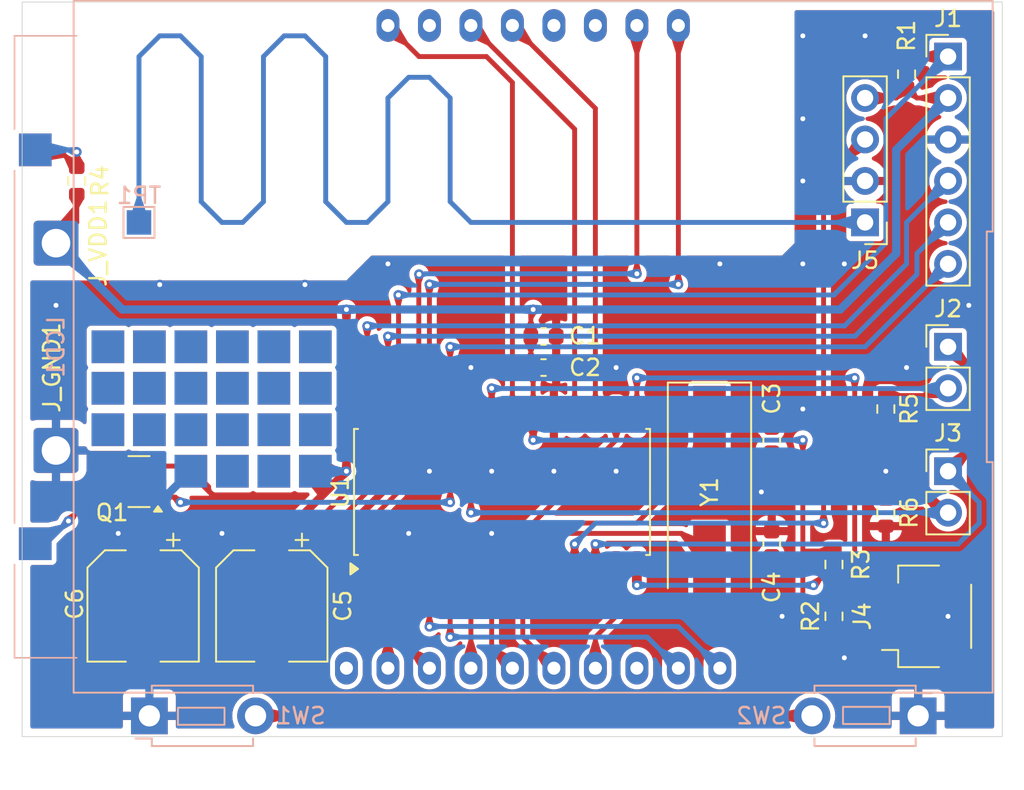
<source format=kicad_pcb>
(kicad_pcb (version 20240108) (generator "pcbnew") (generator_version "8.0")
  (layers (0 "F.Cu" signal) (31 "B.Cu" signal) (34 "B.Paste" user) (35 "F.Paste" user) (36 "B.SilkS" user "B.Silkscreen") (37 "F.SilkS" user "F.Silkscreen") (38 "B.Mask" user) (39 "F.Mask" user) (44 "Edge.Cuts" user))
  (net 0 "")
  (net 1 "+3V3")
  (net 2 "GND")
  (net 3 "Net-(U1-OSC1{slash}CLKI)")
  (net 4 "Net-(U1-OSC2{slash}CLKO)")
  (net 5 "/ICSPCLK")
  (net 6 "/ICSPDAT")
  (net 7 "/MCLR")
  (net 8 "/PGM")
  (net 9 "/LCD_SEG_7")
  (net 10 "/LCD_SEG_9")
  (net 11 "/LCD_SEG_14")
  (net 12 "/LCD_SEG_13")
  (net 13 "/LCD_SEG_6")
  (net 14 "Net-(LCD1-K)")
  (net 15 "/LCD_COM_1")
  (net 17 "/LCD_COM_17")
  (net 19 "/LCD_COM_2")
  (net 20 "/LCD_COM_18")
  (net 22 "Net-(LCD1-A)")
  (net 24 "/LCD_SEG_11")
  (net 26 "/LCD_SEG_4")
  (net 27 "/LCD_SEG_8")
  (net 28 "/LCD_SEG_5")
  (net 29 "/SDA")
  (net 30 "/SCL")
  (net 31 "/THERM_1")
  (net 32 "/THERM_2")
  (net 33 "/TX_DATA")
  (net 34 "/THERM_EN")
  (net 35 "/ANT")
  (footprint "Capacitor_SMD:C_0603_1608Metric" (layer "F.Cu") (at 81.915 72.39)
    (property "Reference" "C2" (at 2.54 0 0) (layer "F.SilkS"))
    (property "Value" "1u")
    (pad "1" smd roundrect (at -0.775 0) (size 0.9 0.95) (layers "F.Cu" "F.Paste" "F.Mask") (net 1 "+3V3"))
    (pad "2" smd roundrect (at 0.775 0) (size 0.9 0.95) (layers "F.Cu" "F.Paste" "F.Mask") (net 2 "GND"))
  )
  (footprint "Capacitor_SMD:C_0603_1608Metric" (layer "F.Cu") (at 95.885 76.835 -90)
    (property "Reference" "C3" (at -2.54 0 90) (layer "F.SilkS"))
    (property "Value" "10p")
    (pad "1" smd roundrect (at -0.775 0 270) (size 0.9 0.95) (layers "F.Cu" "F.Paste" "F.Mask") (net 3 "Net-(U1-OSC1{slash}CLKI)"))
    (pad "2" smd roundrect (at 0.775 0 270) (size 0.9 0.95) (layers "F.Cu" "F.Paste" "F.Mask") (net 2 "GND"))
  )
  (footprint "Package_SO:SOIC-28W_7.5x17.9mm_P1.27mm" (layer "F.Cu") (at 79.375 80.01 90)
    (property "Reference" "U1" (at 0 -9.9 90) (layer "F.SilkS"))
    (property "Value" "PIC16LF1938")
    (pad "1" smd roundrect (at -4.65 -8.255 90) (size 2.05 0.6) (layers "F.Cu" "F.Paste" "F.Mask") (net 7 "/MCLR"))
    (pad "2" smd roundrect (at -4.65 -6.985 90) (size 2.05 0.6) (layers "F.Cu" "F.Paste" "F.Mask") (net 10 "/LCD_SEG_9"))
    (pad "3" smd roundrect (at -4.65 -5.715 90) (size 2.05 0.6) (layers "F.Cu" "F.Paste" "F.Mask") (net 27 "/LCD_SEG_8"))
    (pad "4" smd roundrect (at -4.65 -4.445 90) (size 2.05 0.6) (layers "F.Cu" "F.Paste" "F.Mask") (net 15 "/LCD_COM_1"))
    (pad "5" smd roundrect (at -4.65 -3.175 90) (size 2.05 0.6) (layers "F.Cu" "F.Paste" "F.Mask") (net 19 "/LCD_COM_2"))
    (pad "6" smd roundrect (at -4.65 -1.905 90) (size 2.05 0.6) (layers "F.Cu" "F.Paste" "F.Mask") (net 9 "/LCD_SEG_7"))
    (pad "7" smd roundrect (at -4.65 -0.635 90) (size 2.05 0.6) (layers "F.Cu" "F.Paste" "F.Mask") (net 13 "/LCD_SEG_6"))
    (pad "8" smd roundrect (at -4.65 0.635 90) (size 2.05 0.6) (layers "F.Cu" "F.Paste" "F.Mask") (net 2 "GND"))
    (pad "9" smd roundrect (at -4.65 1.905 90) (size 2.05 0.6) (layers "F.Cu" "F.Paste" "F.Mask") (net 3 "Net-(U1-OSC1{slash}CLKI)"))
    (pad "10" smd roundrect (at -4.65 3.175 90) (size 2.05 0.6) (layers "F.Cu" "F.Paste" "F.Mask") (net 4 "Net-(U1-OSC2{slash}CLKO)"))
    (pad "11" smd roundrect (at -4.65 4.445 90) (size 2.05 0.6) (layers "F.Cu" "F.Paste" "F.Mask") (net 33 "/TX_DATA"))
    (pad "12" smd roundrect (at -4.65 5.715 90) (size 2.05 0.6) (layers "F.Cu" "F.Paste" "F.Mask") (net 34 "/THERM_EN"))
    (pad "13" smd roundrect (at -4.65 6.985 90) (size 2.05 0.6) (layers "F.Cu" "F.Paste" "F.Mask") (net 26 "/LCD_SEG_4"))
    (pad "14" smd roundrect (at -4.65 8.255 90) (size 2.05 0.6) (layers "F.Cu" "F.Paste" "F.Mask") (net 30 "/SCL"))
    (pad "15" smd roundrect (at 4.65 8.255 90) (size 2.05 0.6) (layers "F.Cu" "F.Paste" "F.Mask") (net 29 "/SDA"))
    (pad "16" smd roundrect (at 4.65 6.985 90) (size 2.05 0.6) (layers "F.Cu" "F.Paste" "F.Mask") (net 28 "/LCD_SEG_5"))
    (pad "17" smd roundrect (at 4.65 5.715 90) (size 2.05 0.6) (layers "F.Cu" "F.Paste" "F.Mask") (net 11 "/LCD_SEG_14"))
    (pad "18" smd roundrect (at 4.65 4.445 90) (size 2.05 0.6) (layers "F.Cu" "F.Paste" "F.Mask") (net 12 "/LCD_SEG_13"))
    (pad "19" smd roundrect (at 4.65 3.175 90) (size 2.05 0.6) (layers "F.Cu" "F.Paste" "F.Mask") (net 2 "GND"))
    (pad "20" smd roundrect (at 4.65 1.905 90) (size 2.05 0.6) (layers "F.Cu" "F.Paste" "F.Mask") (net 1 "+3V3"))
    (pad "21" smd roundrect (at 4.65 0.635 90) (size 2.05 0.6) (layers "F.Cu" "F.Paste" "F.Mask") (net 24 "/LCD_SEG_11"))
    (pad "22" smd roundrect (at 4.65 -0.635 90) (size 2.05 0.6) (layers "F.Cu" "F.Paste" "F.Mask") (net 31 "/THERM_1"))
    (pad "23" smd roundrect (at 4.65 -1.905 90) (size 2.05 0.6) (layers "F.Cu" "F.Paste" "F.Mask") (net 32 "/THERM_2"))
    (pad "24" smd roundrect (at 4.65 -3.175 90) (size 2.05 0.6) (layers "F.Cu" "F.Paste" "F.Mask") (net 8 "/PGM"))
    (pad "25" smd roundrect (at 4.65 -4.445 90) (size 2.05 0.6) (layers "F.Cu" "F.Paste" "F.Mask") (net 17 "/LCD_COM_17"))
    (pad "26" smd roundrect (at 4.65 -5.715 90) (size 2.05 0.6) (layers "F.Cu" "F.Paste" "F.Mask") (net 20 "/LCD_COM_18"))
    (pad "27" smd roundrect (at 4.65 -6.985 90) (size 2.05 0.6) (layers "F.Cu" "F.Paste" "F.Mask") (net 5 "/ICSPCLK"))
    (pad "28" smd roundrect (at 4.65 -8.255 90) (size 2.05 0.6) (layers "F.Cu" "F.Paste" "F.Mask") (net 6 "/ICSPDAT"))
  )
  (footprint "Connector_PinHeader_2.54mm:PinHeader_1x04_P2.54mm_Vertical" (layer "F.Cu") (at 101.6 63.5 180)
    (property "Reference" "J5" (at 0 -2.33 0) (layer "F.SilkS"))
    (property "Value" "Conn_01x04")
    (pad "1" thru_hole rect (at 0 0 180) (size 1.7 1.7) (drill 1) (layers "*.Cu" "*.Mask") (net 35 "/ANT"))
    (pad "2" thru_hole oval (at 0 2.54 180) (size 1.7 1.7) (drill 1) (layers "*.Cu" "*.Mask") (net 2 "GND"))
    (pad "3" thru_hole oval (at 0 5.08 180) (size 1.7 1.7) (drill 1) (layers "*.Cu" "*.Mask") (net 33 "/TX_DATA"))
    (pad "4" thru_hole oval (at 0 7.62 180) (size 1.7 1.7) (drill 1) (layers "*.Cu" "*.Mask") (net 1 "+3V3"))
  )
  (footprint "Resistor_SMD:R_0603_1608Metric" (layer "F.Cu") (at 102.87 81.28 -90)
    (property "Reference" "R6" (at 0 -1.43 90) (layer "F.SilkS"))
    (property "Value" "47k")
    (pad "1" smd roundrect (at -0.825 0 270) (size 0.8 0.95) (layers "F.Cu" "F.Paste" "F.Mask") (net 32 "/THERM_2"))
    (pad "2" smd roundrect (at 0.825 0 270) (size 0.8 0.95) (layers "F.Cu" "F.Paste" "F.Mask") (net 2 "GND"))
  )
  (footprint "Connector_JST:JST_SH_SM04B-SRSS-TB_1x04-1MP_P1.00mm_Horizontal" (layer "F.Cu") (at 105.41 87.63 90)
    (property "Reference" "J4" (at 0 -3.98 90) (layer "F.SilkS"))
    (property "Value" "Conn_01x04")
    (pad "1" smd roundrect (at -1.5 -2 90) (size 0.6 1.55) (layers "F.Cu" "F.Paste" "F.Mask") (net 2 "GND"))
    (pad "2" smd roundrect (at -0.5 -2 90) (size 0.6 1.55) (layers "F.Cu" "F.Paste" "F.Mask") (net 1 "+3V3"))
    (pad "3" smd roundrect (at 0.5 -2 90) (size 0.6 1.55) (layers "F.Cu" "F.Paste" "F.Mask") (net 29 "/SDA"))
    (pad "4" smd roundrect (at 1.5 -2 90) (size 0.6 1.55) (layers "F.Cu" "F.Paste" "F.Mask") (net 30 "/SCL"))
    (pad "MP" smd roundrect (at -2.8 1.875 90) (size 1.2 1.8) (layers "F.Cu" "F.Paste" "F.Mask") (roundrect_rratio 0.208333))
    (pad "MP" smd roundrect (at 2.8 1.875 90) (size 1.2 1.8) (layers "F.Cu" "F.Paste" "F.Mask") (roundrect_rratio 0.208333))
  )
  (footprint "Capacitor_SMD:CP_Elec_6.3x5.4" (layer "F.Cu") (at 65.278 86.995 -90)
    (property "Reference" "C5" (at 0 -4.35 90) (layer "F.SilkS"))
    (property "Value" "22uF")
    (pad "1" smd roundrect (at -2.8 0 270) (size 3.5 1.6) (layers "F.Cu" "F.Paste" "F.Mask") (roundrect_rratio 0.15625) (net 1 "+3V3"))
    (pad "2" smd roundrect (at 2.8 0 270) (size 3.5 1.6) (layers "F.Cu" "F.Paste" "F.Mask") (roundrect_rratio 0.15625) (net 2 "GND"))
  )
  (footprint "Custom_LCDs:LCD_DGL_Space_Filler" (layer "F.Cu") (at 55.245 71.12)
    (property "Reference" "LOGO1" (hide yes))
    (property "Value" "~" (hide yes))
    (pad "1" smd rect (at 0 0) (size 2 2) (layers "F.Cu" "F.Paste" "F.Mask"))
    (pad "1" smd rect (at 0 0) (size 2 2) (layers "B.Cu" "B.Paste" "B.Mask"))
    (pad "2" smd rect (at 2.54 0) (size 2 2) (layers "F.Cu" "F.Paste" "F.Mask"))
    (pad "2" smd rect (at 2.54 0) (size 2 2) (layers "B.Cu" "B.Paste" "B.Mask"))
    (pad "3" smd rect (at 5.08 0) (size 2 2) (layers "F.Cu" "F.Paste" "F.Mask"))
    (pad "3" smd rect (at 5.08 0) (size 2 2) (layers "B.Cu" "B.Paste" "B.Mask"))
    (pad "4" smd rect (at 7.62 0) (size 2 2) (layers "F.Cu" "F.Paste" "F.Mask"))
    (pad "4" smd rect (at 7.62 0) (size 2 2) (layers "B.Cu" "B.Paste" "B.Mask"))
    (pad "5" smd rect (at 10.16 0) (size 2 2) (layers "F.Cu" "F.Paste" "F.Mask"))
    (pad "5" smd rect (at 10.16 0) (size 2 2) (layers "B.Cu" "B.Paste" "B.Mask"))
    (pad "6" smd rect (at 12.7 0) (size 2 2) (layers "F.Cu" "F.Paste" "F.Mask"))
    (pad "6" smd rect (at 12.7 0) (size 2 2) (layers "B.Cu" "B.Paste" "B.Mask"))
    (pad "7" smd rect (at 0 2.54) (size 2 2) (layers "F.Cu" "F.Paste" "F.Mask"))
    (pad "7" smd rect (at 0 2.54) (size 2 2) (layers "B.Cu" "B.Paste" "B.Mask"))
    (pad "8" smd rect (at 2.54 2.54) (size 2 2) (layers "F.Cu" "F.Paste" "F.Mask"))
    (pad "8" smd rect (at 2.54 2.54) (size 2 2) (layers "B.Cu" "B.Paste" "B.Mask"))
    (pad "9" smd rect (at 5.08 2.54) (size 2 2) (layers "F.Cu" "F.Paste" "F.Mask"))
    (pad "9" smd rect (at 5.08 2.54) (size 2 2) (layers "B.Cu" "B.Paste" "B.Mask"))
    (pad "10" smd rect (at 7.62 2.54) (size 2 2) (layers "F.Cu" "F.Paste" "F.Mask"))
    (pad "10" smd rect (at 7.62 2.54) (size 2 2) (layers "B.Cu" "B.Paste" "B.Mask"))
    (pad "11" smd rect (at 10.16 2.54) (size 2 2) (layers "F.Cu" "F.Paste" "F.Mask"))
    (pad "11" smd rect (at 10.16 2.54) (size 2 2) (layers "B.Cu" "B.Paste" "B.Mask"))
    (pad "12" smd rect (at 12.7 2.54) (size 2 2) (layers "F.Cu" "F.Paste" "F.Mask"))
    (pad "12" smd rect (at 12.7 2.54) (size 2 2) (layers "B.Cu" "B.Paste" "B.Mask"))
    (pad "13" smd rect (at 0 5.08) (size 2 2) (layers "F.Cu" "F.Paste" "F.Mask"))
    (pad "13" smd rect (at 0 5.08) (size 2 2) (layers "B.Cu" "B.Paste" "B.Mask"))
    (pad "14" smd rect (at 2.54 5.08) (size 2 2) (layers "F.Cu" "F.Paste" "F.Mask"))
    (pad "14" smd rect (at 2.54 5.08) (size 2 2) (layers "B.Cu" "B.Paste" "B.Mask"))
    (pad "15" smd rect (at 5.08 5.08) (size 2 2) (layers "F.Cu" "F.Paste" "F.Mask"))
    (pad "15" smd rect (at 5.08 5.08) (size 2 2) (layers "B.Cu" "B.Paste" "B.Mask"))
    (pad "16" smd rect (at 7.62 5.08) (size 2 2) (layers "F.Cu" "F.Paste" "F.Mask"))
    (pad "16" smd rect (at 7.62 5.08) (size 2 2) (layers "B.Cu" "B.Paste" "B.Mask"))
    (pad "17" smd rect (at 10.16 5.08) (size 2 2) (layers "F.Cu" "F.Paste" "F.Mask"))
    (pad "17" smd rect (at 10.16 5.08) (size 2 2) (layers "B.Cu" "B.Paste" "B.Mask"))
    (pad "18" smd rect (at 12.7 5.08) (size 2 2) (layers "F.Cu" "F.Paste" "F.Mask"))
    (pad "18" smd rect (at 12.7 5.08) (size 2 2) (layers "B.Cu" "B.Paste" "B.Mask"))
    (pad "19" smd rect (at 5.08 7.62) (size 2 2) (layers "F.Cu" "F.Paste" "F.Mask") (net 2 "GND"))
    (pad "19" smd rect (at 5.08 7.62) (size 2 2) (layers "B.Cu" "B.Paste" "B.Mask") (net 2 "GND"))
    (pad "20" smd rect (at 7.62 7.62) (size 2 2) (layers "F.Cu" "F.Paste" "F.Mask"))
    (pad "20" smd rect (at 7.62 7.62) (size 2 2) (layers "B.Cu" "B.Paste" "B.Mask"))
    (pad "21" smd rect (at 10.16 7.62) (size 2 2) (layers "F.Cu" "F.Paste" "F.Mask"))
    (pad "21" smd rect (at 10.16 7.62) (size 2 2) (layers "B.Cu" "B.Paste" "B.Mask"))
    (pad "22" smd rect (at 12.7 7.62) (size 2 2) (layers "F.Cu" "F.Paste" "F.Mask") (net 1 "+3V3"))
    (pad "22" smd rect (at 12.7 7.62) (size 2 2) (layers "B.Cu" "B.Paste" "B.Mask") (net 1 "+3V3"))
  )
  (footprint "Connector_Wire:SolderWire-1sqmm_1x01_D1.4mm_OD2.7mm" (layer "F.Cu") (at 52.07 77.47 -90)
    (property "Reference" "J_GND1" (at -5.08 0.254 90) (layer "F.SilkS"))
    (property "Value" "Conn_01x01")
    (pad "1" thru_hole roundrect (at 0 0 270) (size 2.75 2.75) (drill 1.75) (layers "*.Cu" "*.Mask") (roundrect_rratio 0.090909) (net 2 "GND"))
  )
  (footprint "Resistor_SMD:R_0603_1608Metric" (layer "F.Cu") (at 99.695 87.63 90)
    (property "Reference" "R2" (at 0 -1.43 90) (layer "F.SilkS"))
    (property "Value" "10k")
    (pad "1" smd roundrect (at -0.825 0 90) (size 0.8 0.95) (layers "F.Cu" "F.Paste" "F.Mask") (net 1 "+3V3"))
    (pad "2" smd roundrect (at 0.825 0 90) (size 0.8 0.95) (layers "F.Cu" "F.Paste" "F.Mask") (net 29 "/SDA"))
  )
  (footprint "Capacitor_SMD:C_0603_1608Metric" (layer "F.Cu") (at 95.885 83.185 90)
    (property "Reference" "C4" (at -2.667 0 90) (layer "F.SilkS"))
    (property "Value" "10p")
    (pad "1" smd roundrect (at -0.775 0 90) (size 0.9 0.95) (layers "F.Cu" "F.Paste" "F.Mask") (net 4 "Net-(U1-OSC2{slash}CLKO)"))
    (pad "2" smd roundrect (at 0.775 0 90) (size 0.9 0.95) (layers "F.Cu" "F.Paste" "F.Mask") (net 2 "GND"))
  )
  (footprint "Capacitor_SMD:CP_Elec_6.3x5.4" (layer "F.Cu") (at 57.404 86.995 -90)
    (property "Reference" "C6" (at -0.127 4.191 90) (layer "F.SilkS"))
    (property "Value" "22uF")
    (pad "1" smd roundrect (at -2.8 0 270) (size 3.5 1.6) (layers "F.Cu" "F.Paste" "F.Mask") (roundrect_rratio 0.15625) (net 1 "+3V3"))
    (pad "2" smd roundrect (at 2.8 0 270) (size 3.5 1.6) (layers "F.Cu" "F.Paste" "F.Mask") (roundrect_rratio 0.15625) (net 2 "GND"))
  )
  (footprint "Connector_Wire:SolderWire-1sqmm_1x01_D1.4mm_OD2.7mm" (layer "F.Cu") (at 52.07 64.77 -90)
    (property "Reference" "J_VDD1" (at 0 -2.58 90) (layer "F.SilkS"))
    (property "Value" "Conn_01x01")
    (pad "1" thru_hole roundrect (at 0 0 270) (size 2.75 2.75) (drill 1.75) (layers "*.Cu" "*.Mask") (roundrect_rratio 0.090909) (net 1 "+3V3"))
  )
  (footprint "Resistor_SMD:R_0603_1608Metric" (layer "F.Cu") (at 99.695 84.455 -90)
    (property "Reference" "R3" (at 0 -1.651 90) (layer "F.SilkS"))
    (property "Value" "10k")
    (pad "1" smd roundrect (at -0.825 0 270) (size 0.8 0.95) (layers "F.Cu" "F.Paste" "F.Mask") (net 1 "+3V3"))
    (pad "2" smd roundrect (at 0.825 0 270) (size 0.8 0.95) (layers "F.Cu" "F.Paste" "F.Mask") (net 30 "/SCL"))
  )
  (footprint "Connector_PinHeader_2.54mm:PinHeader_1x06_P2.54mm_Vertical" (layer "F.Cu") (at 106.68 53.34)
    (property "Reference" "J1" (at 0 -2.33 0) (layer "F.SilkS"))
    (property "Value" "Conn_01x06")
    (pad "1" thru_hole rect (at 0 0) (size 1.7 1.7) (drill 1) (layers "*.Cu" "*.Mask") (net 7 "/MCLR"))
    (pad "2" thru_hole oval (at 0 2.54) (size 1.7 1.7) (drill 1) (layers "*.Cu" "*.Mask") (net 1 "+3V3"))
    (pad "3" thru_hole oval (at 0 5.08) (size 1.7 1.7) (drill 1) (layers "*.Cu" "*.Mask") (net 2 "GND"))
    (pad "4" thru_hole oval (at 0 7.62) (size 1.7 1.7) (drill 1) (layers "*.Cu" "*.Mask") (net 6 "/ICSPDAT"))
    (pad "5" thru_hole oval (at 0 10.16) (size 1.7 1.7) (drill 1) (layers "*.Cu" "*.Mask") (net 5 "/ICSPCLK"))
    (pad "6" thru_hole oval (at 0 12.7) (size 1.7 1.7) (drill 1) (layers "*.Cu" "*.Mask") (net 8 "/PGM"))
  )
  (footprint "Connector_PinHeader_2.54mm:PinHeader_1x02_P2.54mm_Vertical" (layer "F.Cu") (at 106.68 78.74)
    (property "Reference" "J3" (at 0 -2.33 0) (layer "F.SilkS"))
    (property "Value" "Conn_01x02")
    (pad "1" thru_hole rect (at 0 0) (size 1.7 1.7) (drill 1) (layers "*.Cu" "*.Mask") (net 34 "/THERM_EN"))
    (pad "2" thru_hole oval (at 0 2.54) (size 1.7 1.7) (drill 1) (layers "*.Cu" "*.Mask") (net 32 "/THERM_2"))
  )
  (footprint "Capacitor_SMD:C_0603_1608Metric" (layer "F.Cu") (at 81.915 70.485)
    (property "Reference" "C1" (at 2.54 -0.03 0) (layer "F.SilkS"))
    (property "Value" "100n")
    (pad "1" smd roundrect (at -0.775 0) (size 0.9 0.95) (layers "F.Cu" "F.Paste" "F.Mask") (net 1 "+3V3"))
    (pad "2" smd roundrect (at 0.775 0) (size 0.9 0.95) (layers "F.Cu" "F.Paste" "F.Mask") (net 2 "GND"))
  )
  (footprint "Resistor_SMD:R_0603_1608Metric" (layer "F.Cu") (at 104.14 54.42 90)
    (property "Reference" "R1" (at 2.35 0 90) (layer "F.SilkS"))
    (property "Value" "10k")
    (pad "1" smd roundrect (at -0.825 0 90) (size 0.8 0.95) (layers "F.Cu" "F.Paste" "F.Mask") (net 1 "+3V3"))
    (pad "2" smd roundrect (at 0.825 0 90) (size 0.8 0.95) (layers "F.Cu" "F.Paste" "F.Mask") (net 7 "/MCLR"))
  )
  (footprint "Package_TO_SOT_SMD:SOT-23" (layer "F.Cu") (at 57.15 79.375 180)
    (property "Reference" "Q1" (at 1.651 -1.905 0) (layer "F.SilkS"))
    (property "Value" "BSS138")
    (pad "1" smd roundrect (at -0.9375 -0.95 180) (size 1.475 0.6) (layers "F.Cu" "F.Paste" "F.Mask") (net 8 "/PGM"))
    (pad "2" smd roundrect (at -0.9375 0.95 180) (size 1.475 0.6) (layers "F.Cu" "F.Paste" "F.Mask") (net 2 "GND"))
    (pad "3" smd roundrect (at 0.9375 0 180) (size 1.475 0.6) (layers "F.Cu" "F.Paste" "F.Mask") (net 14 "Net-(LCD1-K)"))
  )
  (footprint "Resistor_SMD:R_0603_1608Metric" (layer "F.Cu") (at 102.87 74.93 -90)
    (property "Reference" "R5" (at 0 -1.43 90) (layer "F.SilkS"))
    (property "Value" "47k")
    (pad "1" smd roundrect (at -0.825 0 270) (size 0.8 0.95) (layers "F.Cu" "F.Paste" "F.Mask") (net 31 "/THERM_1"))
    (pad "2" smd roundrect (at 0.825 0 270) (size 0.8 0.95) (layers "F.Cu" "F.Paste" "F.Mask") (net 2 "GND"))
  )
  (footprint "Resistor_SMD:R_0603_1608Metric" (layer "F.Cu") (at 53.34 60.96 -90)
    (property "Reference" "R4" (at 0 -1.43 90) (layer "F.SilkS"))
    (property "Value" "300")
    (pad "1" smd roundrect (at -0.825 0 270) (size 0.8 0.95) (layers "F.Cu" "F.Paste" "F.Mask") (net 22 "Net-(LCD1-A)"))
    (pad "2" smd roundrect (at 0.825 0 270) (size 0.8 0.95) (layers "F.Cu" "F.Paste" "F.Mask") (net 1 "+3V3"))
  )
  (footprint "Connector_PinHeader_2.54mm:PinHeader_1x02_P2.54mm_Vertical" (layer "F.Cu") (at 106.68 71.12)
    (property "Reference" "J2" (at 0 -2.33 0) (layer "F.SilkS"))
    (property "Value" "Conn_01x02")
    (pad "1" thru_hole rect (at 0 0) (size 1.7 1.7) (drill 1) (layers "*.Cu" "*.Mask") (net 34 "/THERM_EN"))
    (pad "2" thru_hole oval (at 0 2.54) (size 1.7 1.7) (drill 1) (layers "*.Cu" "*.Mask") (net 31 "/THERM_1"))
  )
  (footprint "Crystal:Crystal_SMD_HC49-SD" (layer "F.Cu") (at 92.075 80.01 -90)
    (property "Reference" "Y1" (at 0 0 90) (layer "F.SilkS"))
    (property "Value" "Crystal")
    (pad "1" smd rect (at -4.25 0 270) (size 4.5 2) (layers "F.Cu" "F.Paste" "F.Mask") (net 3 "Net-(U1-OSC1{slash}CLKI)"))
    (pad "2" smd rect (at 4.25 0 270) (size 4.5 2) (layers "F.Cu" "F.Paste" "F.Mask") (net 4 "Net-(U1-OSC2{slash}CLKO)"))
  )
  (footprint "Custom_LCDs:Kemo_2_4_DGL_Three_Digit_LCD_Edge_BL" (layer "B.Cu") (at 81.28 71.12 180)
    (property "Reference" "LCD1" (at 29.21 0 90) (layer "B.SilkS") (effects (justify mirror)))
    (property "Value" "~")
    (pad "1" thru_hole oval (at -11.43 -19.685 180) (size 1.4 2) (drill 0.8) (layers "*.Cu" "*.Mask") (net 15 "/LCD_COM_1"))
    (pad "2" thru_hole oval (at -8.89 -19.685 180) (size 1.4 2) (drill 0.8) (layers "*.Cu" "*.Mask") (net 19 "/LCD_COM_2"))
    (pad "3" thru_hole oval (at -6.35 -19.685 180) (size 1.4 2) (drill 0.8) (layers "*.Cu" "*.Mask"))
    (pad "4" thru_hole oval (at -3.81 -19.685 180) (size 1.4 2) (drill 0.8) (layers "*.Cu" "*.Mask") (net 26 "/LCD_SEG_4"))
    (pad "5" thru_hole oval (at -1.27 -19.685 180) (size 1.4 2) (drill 0.8) (layers "*.Cu" "*.Mask") (net 28 "/LCD_SEG_5"))
    (pad "6" thru_hole oval (at 1.27 -19.685 180) (size 1.4 2) (drill 0.8) (layers "*.Cu" "*.Mask") (net 13 "/LCD_SEG_6"))
    (pad "7" thru_hole oval (at 3.81 -19.685 180) (size 1.4 2) (drill 0.8) (layers "*.Cu" "*.Mask") (net 9 "/LCD_SEG_7"))
    (pad "8" thru_hole oval (at 6.35 -19.685 180) (size 1.4 2) (drill 0.8) (layers "*.Cu" "*.Mask") (net 27 "/LCD_SEG_8"))
    (pad "9" thru_hole oval (at 8.89 -19.685 180) (size 1.4 2) (drill 0.8) (layers "*.Cu" "*.Mask") (net 10 "/LCD_SEG_9"))
    (pad "10" thru_hole oval (at 11.43 -19.685 180) (size 1.4 2) (drill 0.8) (layers "*.Cu" "*.Mask"))
    (pad "11" thru_hole oval (at 8.89 19.685 180) (size 1.4 2) (drill 0.8) (layers "*.Cu" "*.Mask") (net 24 "/LCD_SEG_11"))
    (pad "12" thru_hole oval (at 6.35 19.685 180) (size 1.4 2) (drill 0.8) (layers "*.Cu" "*.Mask"))
    (pad "13" thru_hole oval (at 3.81 19.685 180) (size 1.4 2) (drill 0.8) (layers "*.Cu" "*.Mask") (net 12 "/LCD_SEG_13"))
    (pad "14" thru_hole oval (at 1.27 19.685 180) (size 1.4 2) (drill 0.8) (layers "*.Cu" "*.Mask") (net 11 "/LCD_SEG_14"))
    (pad "15" thru_hole oval (at -1.27 19.685 180) (size 1.4 2) (drill 0.8) (layers "*.Cu" "*.Mask"))
    (pad "16" thru_hole oval (at -3.81 19.685 180) (size 1.4 2) (drill 0.8) (layers "*.Cu" "*.Mask"))
    (pad "17" thru_hole oval (at -6.35 19.685 180) (size 1.4 2) (drill 0.8) (layers "*.Cu" "*.Mask") (net 20 "/LCD_COM_18"))
    (pad "18" thru_hole oval (at -8.89 19.685 180) (size 1.4 2) (drill 0.8) (layers "*.Cu" "*.Mask") (net 17 "/LCD_COM_17"))
    (pad "19" smd rect (at 30.48 12.065 180) (size 2 2) (layers "F.Cu" "F.Paste" "F.Mask") (net 22 "Net-(LCD1-A)"))
    (pad "19" smd rect (at 30.48 12.065 180) (size 2 2) (layers "B.Cu" "B.Paste" "B.Mask") (net 22 "Net-(LCD1-A)"))
    (pad "20" smd rect (at 30.48 -12.065 180) (size 2 2) (layers "F.Cu" "F.Paste" "F.Mask") (net 14 "Net-(LCD1-K)"))
    (pad "20" smd rect (at 30.48 -12.065 180) (size 2 2) (layers "B.Cu" "B.Paste" "B.Mask") (net 14 "Net-(LCD1-K)"))
  )
  (footprint "Button_Switch_THT:SW_PUSH_1P1T_6x3.5mm_H4.3_APEM_MJTP1243" (layer "B.Cu") (at 57.785 93.726)
    (property "Reference" "SW1" (at 9.271 0 0) (layer "B.SilkS") (effects (justify mirror)))
    (property "Value" "SW_Push")
    (pad "1" thru_hole rect (at 0 0 270) (size 2.25 2.25) (drill 1.3) (layers "*.Cu" "*.Mask") (net 2 "GND"))
    (pad "2" thru_hole circle (at 6.5 0 270) (size 2.25 2.25) (drill 1.3) (layers "*.Cu" "*.Mask") (net 6 "/ICSPDAT"))
  )
  (footprint "Button_Switch_THT:SW_PUSH_1P1T_6x3.5mm_H4.3_APEM_MJTP1243" (layer "B.Cu") (at 104.85 93.726 180)
    (property "Reference" "SW2" (at 9.6 0 0) (layer "B.SilkS") (effects (justify mirror)))
    (property "Value" "SW_Push")
    (pad "1" thru_hole rect (at 0 0 90) (size 2.25 2.25) (drill 1.3) (layers "*.Cu" "*.Mask") (net 2 "GND"))
    (pad "2" thru_hole circle (at 6.5 0 90) (size 2.25 2.25) (drill 1.3) (layers "*.Cu" "*.Mask") (net 5 "/ICSPCLK"))
  )
  (footprint "TestPoint:TestPoint_Pad_1.5x1.5mm" (layer "B.Cu") (at 57.15 63.5 180)
    (property "Reference" "TP1" (at 0 1.648 0) (layer "B.SilkS") (effects (justify mirror)))
    (property "Value" "TestPoint")
    (pad "1" smd rect (at 0 0 180) (size 1.5 1.5) (layers "B.Cu" "B.Mask") (net 35 "/ANT"))
  )
  (gr_rect (start 50 50) (end 110 95) (stroke (width 0.05)) (fill none) (layer "Edge.Cuts"))
  (segment (start 98.425 88.455) (end 99.695 88.455) (width 0.3) (layer "F.Cu") (net 1))
  (segment (start 106.68 55.88) (end 104.775 55.88) (width 0.3) (layer "F.Cu") (net 1))
  (segment (start 81.28 75.36) (end 81.28 72.53) (width 0.3) (layer "F.Cu") (net 1))
  (segment (start 53.34 61.785) (end 53.34 63.5) (width 0.3) (layer "F.Cu") (net 1))
  (segment (start 97.79 83.82) (end 97.79 87.82) (width 0.3) (layer "F.Cu") (net 1))
  (segment (start 53.34 63.5) (end 52.07 64.77) (width 0.3) (layer "F.Cu") (net 1))
  (segment (start 101.41 88.455) (end 101.735 88.13) (width 0.3) (layer "F.Cu") (net 1))
  (segment (start 101.735 88.13) (end 103.41 88.13) (width 0.3) (layer "F.Cu") (net 1))
  (segment (start 69.85 68.834) (end 69.85 78.74) (width 0.5) (layer "F.Cu") (net 1))
  (segment (start 81.28 72.53) (end 81.14 72.39) (width 0.3) (layer "F.Cu") (net 1))
  (segment (start 97.98 83.63) (end 97.79 83.82) (width 0.3) (layer "F.Cu") (net 1))
  (segment (start 97.79 87.82) (end 98.425 88.455) (width 0.3) (layer "F.Cu") (net 1))
  (segment (start 81.28 68.834) (end 81.14 68.974) (width 0.3) (layer "F.Cu") (net 1))
  (segment (start 81.14 72.39) (end 81.14 70.485) (width 0.3) (layer "F.Cu") (net 1))
  (segment (start 81.28 75.36) (end 81.28 76.835) (width 0.3) (layer "F.Cu") (net 1))
  (segment (start 99.695 88.455) (end 101.41 88.455) (width 0.3) (layer "F.Cu") (net 1))
  (segment (start 65.278 84.195) (end 57.404 84.195) (width 0.5) (layer "F.Cu") (net 1))
  (segment (start 99.695 83.63) (end 97.98 83.63) (width 0.3) (layer "F.Cu") (net 1))
  (segment (start 65.278 83.312) (end 69.85 78.74) (width 0.5) (layer "F.Cu") (net 1))
  (segment (start 65.278 84.195) (end 65.278 83.312) (width 0.5) (layer "F.Cu") (net 1))
  (segment (start 97.79 76.835) (end 97.79 83.82) (width 0.3) (layer "F.Cu") (net 1))
  (segment (start 69.85 78.74) (end 67.945 78.74) (width 0.3) (layer "F.Cu") (net 1))
  (segment (start 81.14 68.974) (end 81.14 70.485) (width 0.3) (layer "F.Cu") (net 1))
  (segment (start 101.6 55.88) (end 103.505 55.88) (width 0.3) (layer "F.Cu") (net 1))
  (segment (start 104.775 55.88) (end 104.14 55.245) (width 0.3) (layer "F.Cu") (net 1))
  (segment (start 103.505 55.88) (end 104.14 55.245) (width 0.3) (layer "F.Cu") (net 1))
  (via (at 81.28 76.835) (size 0.6) (drill 0.3) (layers "F.Cu" "B.Cu") (net 1))
  (via (at 81.28 68.834) (size 0.6) (drill 0.3) (layers "F.Cu" "B.Cu") (net 1))
  (via (at 69.85 78.74) (size 0.6) (drill 0.3) (layers "F.Cu" "B.Cu") (net 1))
  (via (at 97.79 76.835) (size 0.6) (drill 0.3) (layers "F.Cu" "B.Cu") (net 1))
  (via (at 69.85 68.834) (size 0.6) (drill 0.3) (layers "F.Cu" "B.Cu") (net 1))
  (segment (start 81.28 76.835) (end 97.79 76.835) (width 0.3) (layer "B.Cu") (net 1))
  (segment (start 103.505 65.405) (end 103.505 59.055) (width 0.5) (layer "B.Cu") (net 1))
  (segment (start 67.945 78.74) (end 69.85 78.74) (width 0.3) (layer "B.Cu") (net 1))
  (segment (start 81.28 68.834) (end 69.85 68.834) (width 0.5) (layer "B.Cu") (net 1))
  (segment (start 81.28 68.834) (end 100.076 68.834) (width 0.5) (layer "B.Cu") (net 1))
  (segment (start 103.505 59.055) (end 106.68 55.88) (width 0.5) (layer "B.Cu") (net 1))
  (segment (start 100.076 68.834) (end 103.505 65.405) (width 0.5) (layer "B.Cu") (net 1))
  (segment (start 69.85 68.834) (end 56.134 68.834) (width 0.5) (layer "B.Cu") (net 1))
  (segment (start 56.134 68.834) (end 52.07 64.77) (width 0.5) (layer "B.Cu") (net 1))
  (segment (start 58.0875 78.425) (end 60.01 78.425) (width 0.3) (layer "F.Cu") (net 2))
  (segment (start 60.01 78.425) (end 60.325 78.74) (width 0.3) (layer "F.Cu") (net 2))
  (via (at 74.93 78.74) (size 0.6) (drill 0.3) (layers "F.Cu" "B.Cu") (net 2))
  (via (at 100.33 90.17) (size 0.6) (drill 0.3) (layers "F.Cu" "B.Cu") (net 2))
  (via (at 73.66 82.55) (size 0.6) (drill 0.3) (layers "F.Cu" "B.Cu") (net 2))
  (via (at 86.36 72.39) (size 0.6) (drill 0.3) (layers "F.Cu" "B.Cu") (net 2))
  (via (at 67.31 67.31) (size 0.6) (drill 0.3) (layers "F.Cu" "B.Cu") (net 2))
  (via (at 55.88 82.55) (size 0.6) (drill 0.3) (layers "F.Cu" "B.Cu") (net 2))
  (via (at 86.36 78.74) (size 0.6) (drill 0.3) (layers "F.Cu" "B.Cu") (net 2))
  (via (at 58.42 67.31) (size 0.6) (drill 0.3) (layers "F.Cu" "B.Cu") (net 2))
  (via (at 97.79 74.93) (size 0.6) (drill 0.3) (layers "F.Cu" "B.Cu") (net 2))
  (via (at 95.25 80.01) (size 0.6) (drill 0.3) (layers "F.Cu" "B.Cu") (net 2))
  (via (at 78.74 78.74) (size 0.6) (drill 0.3) (layers "F.Cu" "B.Cu") (net 2))
  (via (at 97.79 66.04) (size 0.6) (drill 0.3) (layers "F.Cu" "B.Cu") (net 2))
  (via (at 72.39 66.04) (size 0.6) (drill 0.3) (layers "F.Cu" "B.Cu") (net 2))
  (via (at 97.79 52.07) (size 0.6) (drill 0.3) (layers "F.Cu" "B.Cu") (net 2))
  (via (at 101.6 52.07) (size 0.6) (drill 0.3) (layers "F.Cu" "B.Cu") (net 2))
  (via (at 62.23 82.55) (size 0.6) (drill 0.3) (layers "F.Cu" "B.Cu") (net 2))
  (via (at 104.14 72.39) (size 0.6) (drill 0.3) (layers "F.Cu" "B.Cu") (net 2))
  (via (at 96.52 87.63) (size 0.6) (drill 0.3) (layers "F.Cu" "B.Cu") (net 2))
  (via (at 100.33 66.04) (size 0.6) (drill 0.3) (layers "F.Cu" "B.Cu") (net 2))
  (via (at 102.87 78.74) (size 0.6) (drill 0.3) (layers "F.Cu" "B.Cu") (net 2))
  (via (at 52.07 68.58) (size 0.6) (drill 0.3) (layers "F.Cu" "B.Cu") (net 2))
  (via (at 77.47 72.39) (size 0.6) (drill 0.3) (layers "F.Cu" "B.Cu") (net 2))
  (via (at 106.68 87.63) (size 0.6) (drill 0.3) (layers "F.Cu" "B.Cu") (net 2))
  (via (at 92.71 66.04) (size 0.6) (drill 0.3) (layers "F.Cu" "B.Cu") (net 2))
  (via (at 107.95 68.58) (size 0.6) (drill 0.3) (layers "F.Cu" "B.Cu") (net 2))
  (via (at 97.79 60.96) (size 0.6) (drill 0.3) (layers "F.Cu" "B.Cu") (net 2))
  (via (at 97.79 57.15) (size 0.6) (drill 0.3) (layers "F.Cu" "B.Cu") (net 2))
  (via (at 78.74 82.55) (size 0.6) (drill 0.3) (layers "F.Cu" "B.Cu") (net 2))
  (via (at 82.55 78.74) (size 0.6) (drill 0.3) (layers "F.Cu" "B.Cu") (net 2))
  (segment (start 92.075 75.76) (end 95.585 75.76) (width 0.3) (layer "F.Cu") (net 3))
  (segment (start 81.28 84.66) (end 81.28 83.0925) (width 0.3) (layer "F.Cu") (net 3))
  (segment (start 95.585 75.76) (end 95.885 76.06) (width 0.3) (layer "F.Cu") (net 3))
  (segment (start 92.075 77.47) (end 92.075 75.76) (width 0.3) (layer "F.Cu") (net 3))
  (segment (start 81.28 83.0925) (end 82.4575 81.915) (width 0.3) (layer "F.Cu") (net 3))
  (segment (start 82.4575 81.915) (end 87.63 81.915) (width 0.3) (layer "F.Cu") (net 3))
  (segment (start 87.63 81.915) (end 92.075 77.47) (width 0.3) (layer "F.Cu") (net 3))
  (segment (start 95.585 84.26) (end 95.885 83.96) (width 0.3) (layer "F.Cu") (net 4))
  (segment (start 90.365 82.55) (end 92.075 84.26) (width 0.3) (layer "F.Cu") (net 4))
  (segment (start 82.55 83.185) (end 83.185 82.55) (width 0.3) (layer "F.Cu") (net 4))
  (segment (start 92.075 84.26) (end 95.585 84.26) (width 0.3) (layer "F.Cu") (net 4))
  (segment (start 83.185 82.55) (end 90.365 82.55) (width 0.3) (layer "F.Cu") (net 4))
  (segment (start 82.55 84.66) (end 82.55 83.185) (width 0.3) (layer "F.Cu") (net 4))
  (segment (start 72.39 75.36) (end 72.39 70.485) (width 0.3) (layer "F.Cu") (net 5))
  (segment (start 68.58 82.55) (end 68.58 92.71) (width 0.3) (layer "F.Cu") (net 5))
  (segment (start 69.596 93.726) (end 98.35 93.726) (width 0.3) (layer "F.Cu") (net 5))
  (segment (start 72.39 78.74) (end 68.58 82.55) (width 0.3) (layer "F.Cu") (net 5))
  (segment (start 72.39 75.36) (end 72.39 78.74) (width 0.3) (layer "F.Cu") (net 5))
  (segment (start 68.58 92.71) (end 69.596 93.726) (width 0.3) (layer "F.Cu") (net 5))
  (via (at 72.39 70.485) (size 0.6) (drill 0.3) (layers "F.Cu" "B.Cu") (net 5))
  (segment (start 104.775 66.675) (end 104.775 65.405) (width 0.3) (layer "B.Cu") (net 5))
  (segment (start 72.39 70.485) (end 72.405 70.47) (width 0.3) (layer "B.Cu") (net 5))
  (segment (start 72.405 70.47) (end 100.98 70.47) (width 0.3) (layer "B.Cu") (net 5))
  (segment (start 104.775 65.405) (end 106.68 63.5) (width 0.3) (layer "B.Cu") (net 5))
  (segment (start 100.98 70.47) (end 104.775 66.675) (width 0.3) (layer "B.Cu") (net 5))
  (segment (start 71.12 75.36) (end 71.12 69.85) (width 0.3) (layer "F.Cu") (net 6))
  (segment (start 67.945 81.915) (end 67.945 92.71) (width 0.3) (layer "F.Cu") (net 6))
  (segment (start 71.12 78.74) (end 67.945 81.915) (width 0.3) (layer "F.Cu") (net 6))
  (segment (start 66.929 93.726) (end 64.285 93.726) (width 0.3) (layer "F.Cu") (net 6))
  (segment (start 67.945 92.71) (end 66.929 93.726) (width 0.3) (layer "F.Cu") (net 6))
  (segment (start 71.12 75.36) (end 71.12 78.74) (width 0.3) (layer "F.Cu") (net 6))
  (via (at 71.12 69.85) (size 0.6) (drill 0.3) (layers "F.Cu" "B.Cu") (net 6))
  (segment (start 104.14 63.5) (end 106.68 60.96) (width 0.3) (layer "B.Cu") (net 6))
  (segment (start 100.33 69.85) (end 104.14 66.04) (width 0.3) (layer "B.Cu") (net 6))
  (segment (start 104.14 66.04) (end 104.14 63.5) (width 0.3) (layer "B.Cu") (net 6))
  (segment (start 100.315 69.835) (end 100.33 69.85) (width 0.3) (layer "B.Cu") (net 6))
  (segment (start 71.135 69.835) (end 100.315 69.835) (width 0.3) (layer "B.Cu") (net 6))
  (segment (start 71.12 69.85) (end 71.135 69.835) (width 0.3) (layer "B.Cu") (net 6))
  (segment (start 73.025 73.025) (end 73.04 73.01) (width 0.3) (layer "F.Cu") (net 7))
  (segment (start 73.025 73.66) (end 73.025 73.025) (width 0.3) (layer "F.Cu") (net 7))
  (segment (start 106.68 53.34) (end 104.395 53.34) (width 0.3) (layer "F.Cu") (net 7))
  (segment (start 104.395 53.34) (end 104.14 53.595) (width 0.3) (layer "F.Cu") (net 7))
  (segment (start 73.025 76.835) (end 73.025 73.66) (width 0.2) (layer "F.Cu") (net 7))
  (segment (start 73.025 80.01) (end 73.025 76.835) (width 0.3) (layer "F.Cu") (net 7))
  (segment (start 71.12 81.915) (end 73.025 80.01) (width 0.3) (layer "F.Cu") (net 7))
  (segment (start 71.12 81.915) (end 71.12 84.66) (width 0.3) (layer "F.Cu") (net 7))
  (segment (start 73.04 67.96) (end 73.025 67.945) (width 0.3) (layer "F.Cu") (net 7))
  (segment (start 73.04 73.01) (end 73.04 67.96) (width 0.3) (layer "F.Cu") (net 7))
  (via (at 73.025 67.945) (size 0.6) (drill 0.3) (layers "F.Cu" "B.Cu") (net 7))
  (segment (start 102.87 64.77) (end 102.87 57.15) (width 0.3) (layer "B.Cu") (net 7))
  (segment (start 99.695 67.945) (end 102.87 64.77) (width 0.3) (layer "B.Cu") (net 7))
  (segment (start 102.87 57.15) (end 106.68 53.34) (width 0.3) (layer "B.Cu") (net 7))
  (segment (start 73.025 67.945) (end 99.695 67.945) (width 0.3) (layer "B.Cu") (net 7))
  (segment (start 76.2 75.36) (end 76.2 71.12) (width 0.3) (layer "F.Cu") (net 8))
  (segment (start 59.37 80.325) (end 59.69 80.645) (width 0.3) (layer "F.Cu") (net 8))
  (segment (start 76.2 80.645) (end 76.2 75.36) (width 0.3) (layer "F.Cu") (net 8))
  (segment (start 58.0875 80.325) (end 59.37 80.325) (width 0.3) (layer "F.Cu") (net 8))
  (via (at 76.2 80.645) (size 0.6) (drill 0.3) (layers "F.Cu" "B.Cu") (net 8))
  (via (at 76.2 71.12) (size 0.6) (drill 0.3) (layers "F.Cu" "B.Cu") (net 8))
  (via (at 59.69 80.645) (size 0.6) (drill 0.3) (layers "F.Cu" "B.Cu") (net 8))
  (segment (start 76.2 71.12) (end 101.6 71.12) (width 0.3) (layer "B.Cu") (net 8))
  (segment (start 59.69 80.645) (end 76.2 80.645) (width 0.3) (layer "B.Cu") (net 8))
  (segment (start 101.6 71.12) (end 106.68 66.04) (width 0.3) (layer "B.Cu") (net 8))
  (segment (start 77.47 84.66) (end 77.47 90.805) (width 0.3) (layer "F.Cu") (net 9))
  (segment (start 72.39 84.66) (end 72.39 90.805) (width 0.3) (layer "F.Cu") (net 10))
  (segment (start 85.09 56.515) (end 80.01 51.435) (width 0.3) (layer "F.Cu") (net 11))
  (segment (start 85.09 75.36) (end 85.09 56.515) (width 0.3) (layer "F.Cu") (net 11))
  (segment (start 83.82 75.36) (end 83.82 57.785) (width 0.3) (layer "F.Cu") (net 12))
  (segment (start 83.82 57.785) (end 77.47 51.435) (width 0.3) (layer "F.Cu") (net 12))
  (segment (start 78.74 89.535) (end 80.01 90.805) (width 0.3) (layer "F.Cu") (net 13))
  (segment (start 78.74 84.66) (end 78.74 89.535) (width 0.3) (layer "F.Cu") (net 13))
  (segment (start 51.435 83.185) (end 52.832 81.788) (width 0.3) (layer "F.Cu") (net 14))
  (segment (start 55.245 79.375) (end 56.2125 79.375) (width 0.3) (layer "F.Cu") (net 14))
  (segment (start 52.832 81.788) (end 55.245 79.375) (width 0.3) (layer "F.Cu") (net 14))
  (segment (start 50.8 83.185) (end 51.435 83.185) (width 0.3) (layer "F.Cu") (net 14))
  (via (at 52.832 81.788) (size 0.6) (drill 0.3) (layers "F.Cu" "B.Cu") (net 14))
  (segment (start 51.435 83.185) (end 52.832 81.788) (width 0.3) (layer "B.Cu") (net 14))
  (segment (start 50.8 83.185) (end 51.435 83.185) (width 0.3) (layer "B.Cu") (net 14))
  (segment (start 74.93 88.265) (end 74.93 84.66) (width 0.3) (layer "F.Cu") (net 15))
  (via (at 74.93 88.265) (size 0.6) (drill 0.3) (layers "F.Cu" "B.Cu") (net 15))
  (segment (start 92.71 90.805) (end 90.155 88.25) (width 0.3) (layer "B.Cu") (net 15))
  (segment (start 74.945 88.25) (end 74.93 88.265) (width 0.3) (layer "B.Cu") (net 15))
  (segment (start 90.155 88.25) (end 74.945 88.25) (width 0.3) (layer "B.Cu") (net 15))
  (segment (start 90.17 67.295) (end 90.17 51.435) (width 0.3) (layer "F.Cu") (net 17))
  (segment (start 74.93 75.36) (end 74.93 67.295) (width 0.3) (layer "F.Cu") (net 17))
  (via (at 90.17 67.295) (size 0.6) (drill 0.3) (layers "F.Cu" "B.Cu") (net 17))
  (via (at 74.93 67.295) (size 0.6) (drill 0.3) (layers "F.Cu" "B.Cu") (net 17))
  (segment (start 74.93 67.295) (end 90.17 67.295) (width 0.3) (layer "B.Cu") (net 17))
  (segment (start 76.2 88.9) (end 76.2 84.66) (width 0.3) (layer "F.Cu") (net 19))
  (via (at 76.2 88.9) (size 0.6) (drill 0.3) (layers "F.Cu" "B.Cu") (net 19))
  (segment (start 90.17 90.805) (end 88.265 88.9) (width 0.3) (layer "B.Cu") (net 19))
  (segment (start 88.265 88.9) (end 76.2 88.9) (width 0.3) (layer "B.Cu") (net 19))
  (segment (start 73.66 72.39) (end 74.28 71.77) (width 0.3) (layer "F.Cu") (net 20))
  (segment (start 73.66 75.36) (end 73.66 72.39) (width 0.3) (layer "F.Cu") (net 20))
  (segment (start 74.28 66.69) (end 74.295 66.675) (width 0.3) (layer "F.Cu") (net 20))
  (segment (start 74.28 71.77) (end 74.28 66.69) (width 0.3) (layer "F.Cu") (net 20))
  (segment (start 87.63 66.645) (end 87.63 51.435) (width 0.3) (layer "F.Cu") (net 20))
  (via (at 74.295 66.675) (size 0.6) (drill 0.3) (layers "F.Cu" "B.Cu") (net 20))
  (via (at 87.63 66.645) (size 0.6) (drill 0.3) (layers "F.Cu" "B.Cu") (net 20))
  (segment (start 87.63 66.675) (end 87.63 66.645) (width 0.3) (layer "B.Cu") (net 20))
  (segment (start 74.295 66.675) (end 74.630761 66.675) (width 0.3) (layer "B.Cu") (net 20))
  (segment (start 87.6 66.645) (end 87.63 66.675) (width 0.3) (layer "B.Cu") (net 20))
  (segment (start 74.630761 66.675) (end 74.660761 66.645) (width 0.3) (layer "B.Cu") (net 20))
  (segment (start 74.660761 66.645) (end 87.6 66.645) (width 0.3) (layer "B.Cu") (net 20))
  (segment (start 53.34 59.182) (end 53.34 60.135) (width 0.3) (layer "F.Cu") (net 22))
  (segment (start 52.26 59.055) (end 53.34 60.135) (width 0.3) (layer "F.Cu") (net 22))
  (segment (start 50.8 59.055) (end 52.26 59.055) (width 0.3) (layer "F.Cu") (net 22))
  (via (at 53.34 59.182) (size 0.6) (drill 0.3) (layers "F.Cu" "B.Cu") (net 22))
  (segment (start 53.213 59.055) (end 53.34 59.182) (width 0.3) (layer "B.Cu") (net 22))
  (segment (start 50.8 59.055) (end 53.213 59.055) (width 0.3) (layer "B.Cu") (net 22))
  (segment (start 78.4225 53.34) (end 74.295 53.34) (width 0.3) (layer "F.Cu") (net 24))
  (segment (start 80.01 75.36) (end 80.01 54.9275) (width 0.3) (layer "F.Cu") (net 24))
  (segment (start 74.295 53.34) (end 72.39 51.435) (width 0.3) (layer "F.Cu") (net 24))
  (segment (start 80.01 54.9275) (end 78.4225 53.34) (width 0.3) (layer "F.Cu") (net 24))
  (segment (start 86.36 84.66) (end 86.36 87.63) (width 0.3) (layer "F.Cu") (net 26))
  (segment (start 85.09 88.9) (end 85.09 90.805) (width 0.3) (layer "F.Cu") (net 26))
  (segment (start 86.36 87.63) (end 85.09 88.9) (width 0.3) (layer "F.Cu") (net 26))
  (segment (start 73.66 89.535) (end 74.93 90.805) (width 0.3) (layer "F.Cu") (net 27))
  (segment (start 73.66 84.66) (end 73.66 89.535) (width 0.3) (layer "F.Cu") (net 27))
  (segment (start 80.645 82.55) (end 86.36 76.835) (width 0.3) (layer "F.Cu") (net 28))
  (segment (start 80.645 86.995) (end 80.645 83.185) (width 0.2) (layer "F.Cu") (net 28))
  (segment (start 86.36 76.835) (end 86.36 75.36) (width 0.3) (layer "F.Cu") (net 28))
  (segment (start 80.645 86.36) (end 80.645 86.995) (width 0.2) (layer "F.Cu") (net 28))
  (segment (start 80.645 88.9) (end 80.645 86.36) (width 0.3) (layer "F.Cu") (net 28))
  (segment (start 82.55 90.805) (end 80.645 88.9) (width 0.3) (layer "F.Cu") (net 28))
  (segment (start 80.645 83.185) (end 80.645 82.55) (width 0.3) (layer "F.Cu") (net 28))
  (segment (start 87.63 73.025) (end 87.63 75.36) (width 0.3) (layer "F.Cu") (net 29))
  (segment (start 103.41 87.13) (end 100.02 87.13) (width 0.3) (layer "F.Cu") (net 29))
  (segment (start 101.6 84.455) (end 100.965 83.82) (width 0.3) (layer "F.Cu") (net 29))
  (segment (start 104.64 87.13) (end 104.775 86.995) (width 0.3) (layer "F.Cu") (net 29))
  (segment (start 100.02 87.13) (end 99.695 86.805) (width 0.3) (layer "F.Cu") (net 29))
  (segment (start 100.965 83.82) (end 100.965 73.025) (width 0.3) (layer "F.Cu") (net 29))
  (segment (start 103.41 87.13) (end 104.64 87.13) (width 0.3) (layer "F.Cu") (net 29))
  (segment (start 104.775 85.09) (end 104.14 84.455) (width 0.3) (layer "F.Cu") (net 29))
  (segment (start 104.775 85.725) (end 104.775 85.09) (width 0.3) (layer "F.Cu") (net 29))
  (segment (start 104.775 86.995) (end 104.775 85.725) (width 0.3) (layer "F.Cu") (net 29))
  (segment (start 104.14 84.455) (end 101.6 84.455) (width 0.3) (layer "F.Cu") (net 29))
  (via (at 87.63 73.025) (size 0.6) (drill 0.3) (layers "F.Cu" "B.Cu") (net 29))
  (via (at 100.965 73.025) (size 0.6) (drill 0.3) (layers "F.Cu" "B.Cu") (net 29))
  (segment (start 100.965 73.025) (end 87.63 73.025) (width 0.3) (layer "B.Cu") (net 29))
  (segment (start 98.885 85.28) (end 98.44 85.725) (width 0.3) (layer "F.Cu") (net 30))
  (segment (start 103.41 86.13) (end 101.37 86.13) (width 0.3) (layer "F.Cu") (net 30))
  (segment (start 101.37 86.13) (end 100.52 85.28) (width 0.3) (layer "F.Cu") (net 30))
  (segment (start 87.63 84.66) (end 87.63 85.725) (width 0.3) (layer "F.Cu") (net 30))
  (segment (start 99.695 85.28) (end 98.885 85.28) (width 0.3) (layer "F.Cu") (net 30))
  (segment (start 100.52 85.28) (end 99.695 85.28) (width 0.3) (layer "F.Cu") (net 30))
  (via (at 87.63 85.725) (size 0.6) (drill 0.3) (layers "F.Cu" "B.Cu") (net 30))
  (via (at 98.44 85.725) (size 0.6) (drill 0.3) (layers "F.Cu" "B.Cu") (net 30))
  (segment (start 98.44 85.725) (end 87.63 85.725) (width 0.3) (layer "B.Cu") (net 30))
  (segment (start 78.74 75.36) (end 78.74 73.66) (width 0.3) (layer "F.Cu") (net 31))
  (segment (start 106.235 74.105) (end 106.68 73.66) (width 0.3) (layer "F.Cu") (net 31))
  (segment (start 102.87 74.105) (end 106.235 74.105) (width 0.3) (layer "F.Cu") (net 31))
  (via (at 78.74 73.66) (size 0.6) (drill 0.3) (layers "F.Cu" "B.Cu") (net 31))
  (segment (start 106.665 73.675) (end 106.68 73.66) (width 0.3) (layer "B.Cu") (net 31))
  (segment (start 78.755 73.675) (end 106.665 73.675) (width 0.3) (layer "B.Cu") (net 31))
  (segment (start 78.74 73.66) (end 78.755 73.675) (width 0.3) (layer "B.Cu") (net 31))
  (segment (start 105.855 80.455) (end 106.68 81.28) (width 0.3) (layer "F.Cu") (net 32))
  (segment (start 77.47 75.36) (end 77.47 81.28) (width 0.3) (layer "F.Cu") (net 32))
  (segment (start 102.87 80.455) (end 105.855 80.455) (width 0.3) (layer "F.Cu") (net 32))
  (via (at 77.47 81.28) (size 0.6) (drill 0.3) (layers "F.Cu" "B.Cu") (net 32))
  (segment (start 77.47 81.28) (end 106.68 81.28) (width 0.3) (layer "B.Cu") (net 32))
  (segment (start 99.06 81.93) (end 99.06 60.96) (width 0.3) (layer "F.Cu") (net 33))
  (segment (start 99.06 60.96) (end 101.6 58.42) (width 0.3) (layer "F.Cu") (net 33))
  (segment (start 83.82 84.66) (end 83.82 83.2) (width 0.3) (layer "F.Cu") (net 33))
  (via (at 99.06 81.93) (size 0.6) (drill 0.3) (layers "F.Cu" "B.Cu") (net 33))
  (via (at 83.82 83.2) (size 0.6) (drill 0.3) (layers "F.Cu" "B.Cu") (net 33))
  (segment (start 85.105 81.915) (end 99.06 81.915) (width 0.3) (layer "B.Cu") (net 33))
  (segment (start 99.06 81.915) (end 99.06 81.93) (width 0.3) (layer "B.Cu") (net 33))
  (segment (start 83.82 83.2) (end 85.105 81.915) (width 0.3) (layer "B.Cu") (net 33))
  (segment (start 108.585 73.025) (end 108.585 76.835) (width 0.3) (layer "F.Cu") (net 34))
  (segment (start 106.68 71.12) (end 108.585 73.025) (width 0.3) (layer "F.Cu") (net 34))
  (segment (start 85.09 84.66) (end 85.09 83.2) (width 0.3) (layer "F.Cu") (net 34))
  (segment (start 108.585 76.835) (end 106.68 78.74) (width 0.3) (layer "F.Cu") (net 34))
  (via (at 85.09 83.2) (size 0.6) (drill 0.3) (layers "F.Cu" "B.Cu") (net 34))
  (segment (start 108.585 81.915) (end 108.585 80.645) (width 0.3) (layer "B.Cu") (net 34))
  (segment (start 85.09 83.2) (end 107.3 83.2) (width 0.3) (layer "B.Cu") (net 34))
  (segment (start 108.585 80.645) (end 106.68 78.74) (width 0.3) (layer "B.Cu") (net 34))
  (segment (start 107.3 83.2) (end 108.585 81.915) (width 0.3) (layer "B.Cu") (net 34))
  (segment (start 68.58 53.34) (end 68.58 62.23) (width 0.3) (layer "B.Cu") (net 35))
  (segment (start 64.77 62.23) (end 64.77 53.34) (width 0.3) (layer "B.Cu") (net 35))
  (segment (start 76.2 55.88) (end 76.2 62.23) (width 0.3) (layer "B.Cu") (net 35))
  (segment (start 67.31 52.07) (end 68.58 53.34) (width 0.3) (layer "B.Cu") (net 35))
  (segment (start 62.23 63.5) (end 63.5 63.5) (width 0.3) (layer "B.Cu") (net 35))
  (segment (start 74.93 54.61) (end 76.2 55.88) (width 0.3) (layer "B.Cu") (net 35))
  (segment (start 57.15 63.5) (end 57.15 53.34) (width 0.3) (layer "B.Cu") (net 35))
  (segment (start 66.04 52.07) (end 67.31 52.07) (width 0.3) (layer "B.Cu") (net 35))
  (segment (start 64.77 53.34) (end 66.04 52.07) (width 0.3) (layer "B.Cu") (net 35))
  (segment (start 68.58 62.23) (end 69.85 63.5) (width 0.3) (layer "B.Cu") (net 35))
  (segment (start 58.42 52.07) (end 59.69 52.07) (width 0.3) (layer "B.Cu") (net 35))
  (segment (start 71.12 63.5) (end 72.39 62.23) (width 0.3) (layer "B.Cu") (net 35))
  (segment (start 57.15 53.34) (end 58.42 52.07) (width 0.3) (layer "B.Cu") (net 35))
  (segment (start 73.66 54.61) (end 74.93 54.61) (width 0.3) (layer "B.Cu") (net 35))
  (segment (start 76.2 62.23) (end 77.47 63.5) (width 0.3) (layer "B.Cu") (net 35))
  (segment (start 60.96 53.34) (end 60.96 62.23) (width 0.3) (layer "B.Cu") (net 35))
  (segment (start 77.47 63.5) (end 101.6 63.5) (width 0.3) (layer "B.Cu") (net 35))
  (segment (start 59.69 52.07) (end 60.96 53.34) (width 0.3) (layer "B.Cu") (net 35))
  (segment (start 69.85 63.5) (end 71.12 63.5) (width 0.3) (layer "B.Cu") (net 35))
  (segment (start 63.5 63.5) (end 64.77 62.23) (width 0.3) (layer "B.Cu") (net 35))
  (segment (start 72.39 55.88) (end 73.66 54.61) (width 0.3) (layer "B.Cu") (net 35))
  (segment (start 72.39 62.23) (end 72.39 55.88) (width 0.3) (layer "B.Cu") (net 35))
  (segment (start 60.96 62.23) (end 62.23 63.5) (width 0.3) (layer "B.Cu") (net 35))
  (zone (net 2) (net_name "GND") (layers "F&B.Cu") (connect_pads (clearance 0.3)) (min_thickness 0.25) (fill yes (thermal_gap 0.5) (thermal_bridge_width 0.5))
    (polygon (pts (xy 50.038 67.056) (xy 50.038 94.996) (xy 109.982 94.996) (xy 109.982 50.038) (xy 97.282 50.038) (xy 97.282 64.77) (xy 96.52 65.532) (xy 71.374 65.532) (xy 69.85 67.056)))
  )
)
</source>
